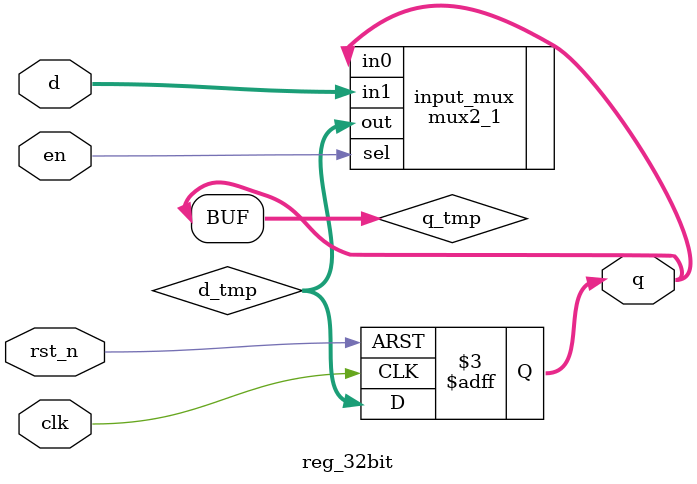
<source format=sv>
module reg_32bit (
	input logic clk, rst_n,
	input logic en,
	input logic [31:0] d,
	output logic [31:0] q
);
logic [31:0] d_tmp;
logic [31:0] q_tmp;

assign q_tmp = q;
always @(posedge clk or negedge rst_n) begin
	if (~rst_n) begin
		q <= 32'h0000_0000;
	end else begin
		q <= d_tmp;
	end
end


mux2_1 input_mux (
	.in0	(	q_tmp	),
	.in1	(	d		),
	.sel	(	en		),
	.out	(	d_tmp	)
);


endmodule : reg_32bit
</source>
